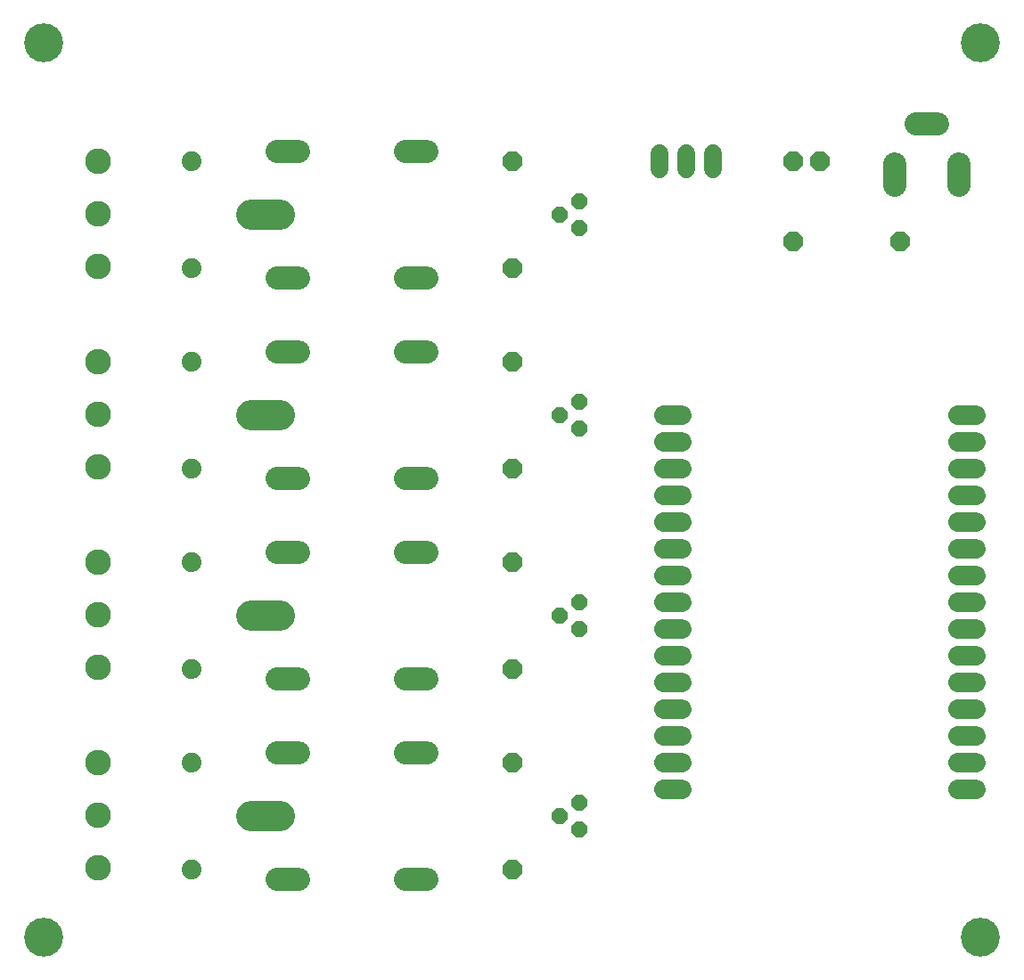
<source format=gbr>
G04 EAGLE Gerber RS-274X export*
G75*
%MOMM*%
%FSLAX34Y34*%
%LPD*%
%INSoldermask Top*%
%IPPOS*%
%AMOC8*
5,1,8,0,0,1.08239X$1,22.5*%
G01*
%ADD10C,3.703200*%
%ADD11C,1.879600*%
%ADD12P,1.649562X8X112.500000*%
%ADD13P,2.034460X8X112.500000*%
%ADD14C,1.879600*%
%ADD15C,2.184400*%
%ADD16C,2.908300*%
%ADD17C,1.727200*%
%ADD18C,2.203200*%
%ADD19C,2.453200*%
%ADD20P,2.034460X8X22.500000*%


D10*
X50000Y900000D03*
X940000Y900000D03*
X940000Y50000D03*
X50000Y50000D03*
D11*
X918718Y190500D02*
X935482Y190500D01*
X935482Y215900D02*
X918718Y215900D01*
X918718Y241300D02*
X935482Y241300D01*
X935482Y266700D02*
X918718Y266700D01*
X918718Y292100D02*
X935482Y292100D01*
X935482Y317500D02*
X918718Y317500D01*
X918718Y342900D02*
X935482Y342900D01*
X935482Y368300D02*
X918718Y368300D01*
X918718Y393700D02*
X935482Y393700D01*
X935482Y419100D02*
X918718Y419100D01*
X918718Y444500D02*
X935482Y444500D01*
X935482Y469900D02*
X918718Y469900D01*
X918718Y495300D02*
X935482Y495300D01*
X935482Y520700D02*
X918718Y520700D01*
X918718Y546100D02*
X935482Y546100D01*
X656082Y546100D02*
X639318Y546100D01*
X639318Y520700D02*
X656082Y520700D01*
X656082Y495300D02*
X639318Y495300D01*
X639318Y469900D02*
X656082Y469900D01*
X656082Y444500D02*
X639318Y444500D01*
X639318Y419100D02*
X656082Y419100D01*
X656082Y393700D02*
X639318Y393700D01*
X639318Y368300D02*
X656082Y368300D01*
X656082Y342900D02*
X639318Y342900D01*
X639318Y317500D02*
X656082Y317500D01*
X656082Y292100D02*
X639318Y292100D01*
X639318Y266700D02*
X656082Y266700D01*
X656082Y241300D02*
X639318Y241300D01*
X639318Y215900D02*
X656082Y215900D01*
X656082Y190500D02*
X639318Y190500D01*
D12*
X558800Y749300D03*
X539750Y736600D03*
X558800Y723900D03*
D13*
X495300Y685800D03*
X495300Y787400D03*
D14*
X190500Y787400D03*
X190500Y685800D03*
D15*
X393954Y796544D02*
X413766Y796544D01*
X413766Y676656D02*
X393954Y676656D01*
X291846Y796544D02*
X272034Y796544D01*
X272034Y676656D02*
X291846Y676656D01*
D16*
X274384Y736600D02*
X247333Y736600D01*
D17*
X635000Y779780D02*
X635000Y795020D01*
X660400Y795020D02*
X660400Y779780D01*
X685800Y779780D02*
X685800Y795020D01*
D18*
X858000Y784700D02*
X858000Y764700D01*
X919000Y764700D02*
X919000Y784700D01*
X899000Y822700D02*
X879000Y822700D01*
D19*
X101600Y787400D03*
X101600Y737400D03*
X101600Y687400D03*
D12*
X558800Y558800D03*
X539750Y546100D03*
X558800Y533400D03*
D13*
X495300Y495300D03*
X495300Y596900D03*
D14*
X190500Y596900D03*
X190500Y495300D03*
D15*
X393954Y606044D02*
X413766Y606044D01*
X413766Y486156D02*
X393954Y486156D01*
X291846Y606044D02*
X272034Y606044D01*
X272034Y486156D02*
X291846Y486156D01*
D16*
X274384Y546100D02*
X247333Y546100D01*
D19*
X101600Y596900D03*
X101600Y546900D03*
X101600Y496900D03*
D12*
X558800Y368300D03*
X539750Y355600D03*
X558800Y342900D03*
D13*
X495300Y304800D03*
X495300Y406400D03*
D14*
X190500Y406400D03*
X190500Y304800D03*
D15*
X393954Y415544D02*
X413766Y415544D01*
X413766Y295656D02*
X393954Y295656D01*
X291846Y415544D02*
X272034Y415544D01*
X272034Y295656D02*
X291846Y295656D01*
D16*
X274384Y355600D02*
X247333Y355600D01*
D19*
X101600Y406400D03*
X101600Y356400D03*
X101600Y306400D03*
D12*
X558800Y177800D03*
X539750Y165100D03*
X558800Y152400D03*
D13*
X495300Y114300D03*
X495300Y215900D03*
D14*
X190500Y215900D03*
X190500Y114300D03*
D15*
X393954Y225044D02*
X413766Y225044D01*
X413766Y105156D02*
X393954Y105156D01*
X291846Y225044D02*
X272034Y225044D01*
X272034Y105156D02*
X291846Y105156D01*
D16*
X274384Y165100D02*
X247333Y165100D01*
D19*
X101600Y215900D03*
X101600Y165900D03*
X101600Y115900D03*
D20*
X762000Y787400D03*
X787400Y787400D03*
X762000Y711200D03*
X863600Y711200D03*
M02*

</source>
